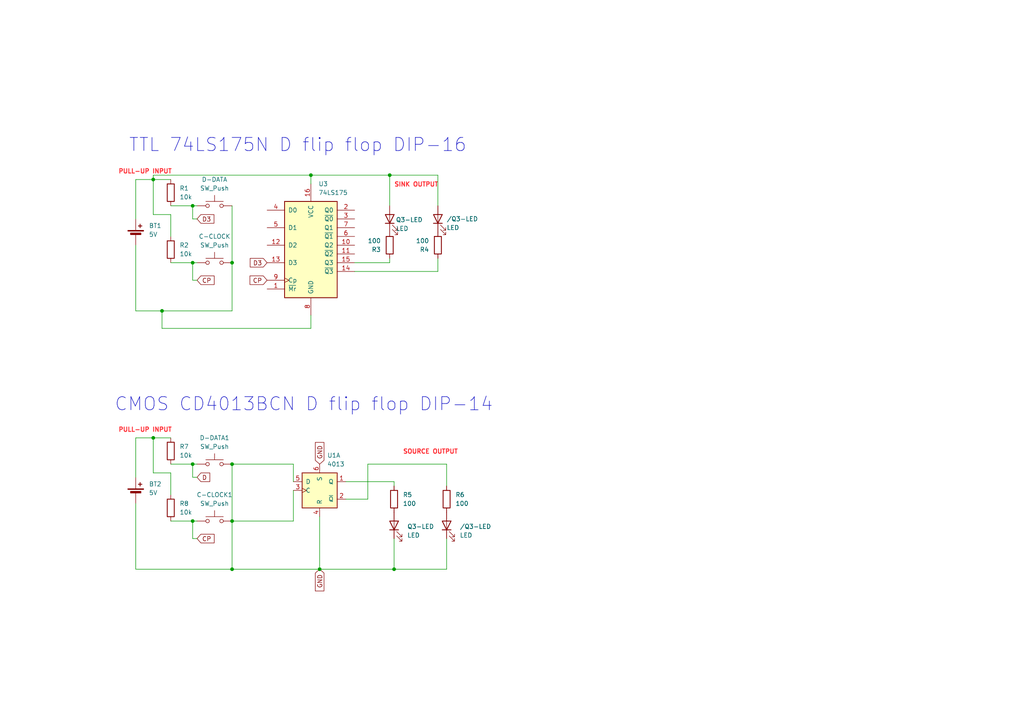
<source format=kicad_sch>
(kicad_sch (version 20231120) (generator "eeschema") (generator_version "8.0")
  (paper "A4")
  (lib_symbols
    (symbol "4xxx:4013" (pin_names (offset 1.016))
      (property "Reference" "U" (at -7.62 8.89 0))
      (property "Value" "4013" (at -7.62 -8.89 0))
      (symbol "4013_1_1"
        (rectangle (start -5.08 5.08) (end 5.08 -5.08) (stroke (width 0.254)) (fill (type background)))
        (pin output line (at 7.62 2.54 180) (length 2.54) (name "Q") (number "1"))
        (pin output line (at 7.62 -2.54 180) (length 2.54) (name "~{Q}") (number "2"))
        (pin input clock (at -7.62 0 0) (length 2.54) (name "C") (number "3"))
        (pin input line (at 0 -7.62 90) (length 2.54) (name "R") (number "4"))
        (pin input line (at -7.62 2.54 0) (length 2.54) (name "D") (number "5"))
        (pin input line (at 0 7.62 270) (length 2.54) (name "S") (number "6"))
      )
      (symbol "4013_2_1"
        (rectangle (start -5.08 5.08) (end 5.08 -5.08) (stroke (width 0.254)) (fill (type background)))
        (pin input line (at 0 -7.62 90) (length 2.54) (name "R") (number "10"))
        (pin input clock (at -7.62 0 0) (length 2.54) (name "C") (number "11"))
        (pin output line (at 7.62 -2.54 180) (length 2.54) (name "~{Q}") (number "12"))
        (pin output line (at 7.62 2.54 180) (length 2.54) (name "Q") (number "13"))
        (pin input line (at 0 7.62 270) (length 2.54) (name "S") (number "8"))
        (pin input line (at -7.62 2.54 0) (length 2.54) (name "D") (number "9"))
      )
      (symbol "4013_3_0"
        (pin power_in line (at 0 10.16 270) (length 2.54) (name "VDD") (number "14"))
        (pin power_in line (at 0 -10.16 90) (length 2.54) (name "VSS") (number "7"))
      )
      (symbol "4013_3_1"
        (rectangle (start -5.08 7.62) (end 5.08 -7.62) (stroke (width 0.254)) (fill (type background)))
      )
    )
    (symbol "74xx:74LS175" (pin_names (offset 1.016))
      (property "Reference" "U" (at -7.62 13.97 0))
      (property "Value" "74LS175" (at -7.62 -16.51 0))
      (symbol "74LS175_1_0"
        (pin input line (at -12.7 -12.7 0) (length 5.08) (name "~{Mr}") (number "1"))
        (pin output line (at 12.7 0 180) (length 5.08) (name "Q2") (number "10"))
        (pin output line (at 12.7 -2.54 180) (length 5.08) (name "~{Q2}") (number "11"))
        (pin input line (at -12.7 0 0) (length 5.08) (name "D2") (number "12"))
        (pin input line (at -12.7 -5.08 0) (length 5.08) (name "D3") (number "13"))
        (pin output line (at 12.7 -7.62 180) (length 5.08) (name "~{Q3}") (number "14"))
        (pin output line (at 12.7 -5.08 180) (length 5.08) (name "Q3") (number "15"))
        (pin power_in line (at 0 17.78 270) (length 5.08) (name "VCC") (number "16"))
        (pin output line (at 12.7 10.16 180) (length 5.08) (name "Q0") (number "2"))
        (pin output line (at 12.7 7.62 180) (length 5.08) (name "~{Q0}") (number "3"))
        (pin input line (at -12.7 10.16 0) (length 5.08) (name "D0") (number "4"))
        (pin input line (at -12.7 5.08 0) (length 5.08) (name "D1") (number "5"))
        (pin output line (at 12.7 2.54 180) (length 5.08) (name "~{Q1}") (number "6"))
        (pin output line (at 12.7 5.08 180) (length 5.08) (name "Q1") (number "7"))
        (pin power_in line (at 0 -20.32 90) (length 5.08) (name "GND") (number "8"))
        (pin input clock (at -12.7 -10.16 0) (length 5.08) (name "Cp") (number "9"))
      )
      (symbol "74LS175_1_1"
        (rectangle (start -7.62 12.7) (end 7.62 -15.24) (stroke (width 0.254)) (fill (type background)))
      )
    )
    (symbol "Device:Battery_Cell" (pin_numbers hide) (pin_names (offset 0) hide)
      (property "Reference" "BT" (at 2.54 2.54 0))
      (property "Value" "Battery_Cell" (at 2.54 0 0))
      (symbol "Battery_Cell_0_1"
        (rectangle (start -2.286 1.778) (end 2.286 1.524) (fill (type outline)))
        (rectangle (start -1.524 1.016) (end 1.524 0.508) (fill (type outline)))
        (polyline (pts (xy 0 0.762) (xy 0 0)))
        (polyline (pts (xy 0 1.778) (xy 0 2.54)))
        (polyline (pts (xy 0.762 3.048) (xy 1.778 3.048)) (stroke (width 0.254)))
        (polyline (pts (xy 1.27 3.556) (xy 1.27 2.54)) (stroke (width 0.254)))
      )
      (symbol "Battery_Cell_1_1"
        (pin passive line (at 0 5.08 270) (length 2.54) (name "+") (number "1"))
        (pin passive line (at 0 -2.54 90) (length 2.54) (name "-") (number "2"))
      )
    )
    (symbol "Device:LED" (pin_numbers hide) (pin_names (offset 1.016) hide)
      (property "Reference" "D" (at 0 2.54 0))
      (property "Value" "LED" (at 0 -2.54 0))
      (symbol "LED_0_1"
        (polyline (pts (xy -1.27 -1.27) (xy -1.27 1.27)) (stroke (width 0.254)))
        (polyline (pts (xy -1.27 0) (xy 1.27 0)))
        (polyline (pts (xy 1.27 -1.27) (xy 1.27 1.27) (xy -1.27 0) (xy 1.27 -1.27)) (stroke (width 0.254)))
        (polyline (pts (xy -3.048 -0.762) (xy -4.572 -2.286) (xy -3.81 -2.286) (xy -4.572 -2.286) (xy -4.572 -1.524)))
        (polyline (pts (xy -1.778 -0.762) (xy -3.302 -2.286) (xy -2.54 -2.286) (xy -3.302 -2.286) (xy -3.302 -1.524)))
      )
      (symbol "LED_1_1"
        (pin passive line (at -3.81 0 0) (length 2.54) (name "K") (number "1"))
        (pin passive line (at 3.81 0 180) (length 2.54) (name "A") (number "2"))
      )
    )
    (symbol "Device:R" (pin_numbers hide) (pin_names (offset 0))
      (property "Reference" "R" (at 2.032 0 90))
      (property "Value" "R" (at 0 0 90))
      (symbol "R_0_1"
        (rectangle (start -1.016 -2.54) (end 1.016 2.54) (stroke (width 0.254)))
      )
      (symbol "R_1_1"
        (pin passive line (at 0 3.81 270) (length 1.27) (name "~") (number "1"))
        (pin passive line (at 0 -3.81 90) (length 1.27) (name "~") (number "2"))
      )
    )
    (symbol "Switch:SW_Push" (pin_numbers hide) (pin_names (offset 1.016) hide)
      (property "Reference" "SW" (at 1.27 2.54 0))
      (property "Value" "SW_Push" (at 0 -1.524 0))
      (symbol "SW_Push_0_1"
        (circle (center -2.032 0) (radius 0.508))
        (polyline (pts (xy 0 1.27) (xy 0 3.048)))
        (polyline (pts (xy 2.54 1.27) (xy -2.54 1.27)))
        (circle (center 2.032 0) (radius 0.508))
        (pin passive line (at -5.08 0 0) (length 2.54) (name "1") (number "1"))
        (pin passive line (at 5.08 0 180) (length 2.54) (name "2") (number "2"))
      )
    )
  )
  (junction (at 55.88 76.2))
  (junction (at 67.31 151.13))
  (junction (at 113.03 50.8))
  (junction (at 46.99 90.17))
  (junction (at 55.88 151.13))
  (junction (at 67.31 76.2))
  (junction (at 44.45 127))
  (junction (at 114.3 165.1))
  (junction (at 55.88 134.62))
  (junction (at 67.31 134.62))
  (junction (at 90.17 50.8))
  (junction (at 44.45 52.07))
  (junction (at 92.71 165.1))
  (junction (at 67.31 165.1))
  (junction (at 55.88 59.69))
  (wire (pts (xy 55.88 81.28) (xy 55.88 76.2)))
  (wire (pts (xy 67.31 165.1) (xy 92.71 165.1)))
  (wire (pts (xy 55.88 151.13) (xy 57.15 151.13)))
  (wire (pts (xy 67.31 76.2) (xy 67.31 90.17)))
  (wire (pts (xy 49.53 134.62) (xy 55.88 134.62)))
  (wire (pts (xy 127 50.8) (xy 113.03 50.8)))
  (wire (pts (xy 55.88 63.5) (xy 55.88 59.69)))
  (wire (pts (xy 44.45 127) (xy 49.53 127)))
  (wire (pts (xy 85.09 151.13) (xy 85.09 142.24)))
  (wire (pts (xy 39.37 71.12) (xy 39.37 90.17)))
  (wire (pts (xy 129.54 134.62) (xy 129.54 140.97)))
  (wire (pts (xy 127 59.69) (xy 127 50.8)))
  (wire (pts (xy 67.31 134.62) (xy 85.09 134.62)))
  (wire (pts (xy 49.53 59.69) (xy 55.88 59.69)))
  (wire (pts (xy 44.45 50.8) (xy 90.17 50.8)))
  (wire (pts (xy 57.15 81.28) (xy 55.88 81.28)))
  (wire (pts (xy 55.88 156.21) (xy 55.88 151.13)))
  (wire (pts (xy 85.09 134.62) (xy 85.09 139.7)))
  (wire (pts (xy 46.99 90.17) (xy 46.99 95.25)))
  (wire (pts (xy 114.3 156.21) (xy 114.3 165.1)))
  (wire (pts (xy 90.17 91.44) (xy 90.17 95.25)))
  (wire (pts (xy 67.31 151.13) (xy 85.09 151.13)))
  (wire (pts (xy 44.45 50.8) (xy 44.45 52.07)))
  (wire (pts (xy 67.31 134.62) (xy 67.31 151.13)))
  (wire (pts (xy 39.37 127) (xy 44.45 127)))
  (wire (pts (xy 90.17 53.34) (xy 90.17 50.8)))
  (wire (pts (xy 67.31 151.13) (xy 67.31 165.1)))
  (wire (pts (xy 49.53 143.51) (xy 49.53 137.16)))
  (wire (pts (xy 39.37 165.1) (xy 67.31 165.1)))
  (wire (pts (xy 113.03 59.69) (xy 113.03 50.8)))
  (wire (pts (xy 114.3 139.7) (xy 114.3 140.97)))
  (wire (pts (xy 127 78.74) (xy 127 74.93)))
  (wire (pts (xy 57.15 138.43) (xy 55.88 138.43)))
  (wire (pts (xy 39.37 52.07) (xy 44.45 52.07)))
  (wire (pts (xy 57.15 63.5) (xy 55.88 63.5)))
  (wire (pts (xy 55.88 134.62) (xy 57.15 134.62)))
  (wire (pts (xy 113.03 50.8) (xy 90.17 50.8)))
  (wire (pts (xy 39.37 138.43) (xy 39.37 127)))
  (wire (pts (xy 55.88 59.69) (xy 57.15 59.69)))
  (wire (pts (xy 49.53 62.23) (xy 44.45 62.23)))
  (wire (pts (xy 44.45 52.07) (xy 49.53 52.07)))
  (wire (pts (xy 113.03 76.2) (xy 102.87 76.2)))
  (wire (pts (xy 55.88 138.43) (xy 55.88 134.62)))
  (wire (pts (xy 39.37 146.05) (xy 39.37 165.1)))
  (wire (pts (xy 44.45 62.23) (xy 44.45 52.07)))
  (wire (pts (xy 46.99 90.17) (xy 67.31 90.17)))
  (wire (pts (xy 113.03 74.93) (xy 113.03 76.2)))
  (wire (pts (xy 92.71 149.86) (xy 92.71 165.1)))
  (wire (pts (xy 39.37 63.5) (xy 39.37 52.07)))
  (wire (pts (xy 100.33 144.78) (xy 106.68 144.78)))
  (wire (pts (xy 44.45 137.16) (xy 44.45 127)))
  (wire (pts (xy 67.31 59.69) (xy 67.31 76.2)))
  (wire (pts (xy 46.99 95.25) (xy 90.17 95.25)))
  (wire (pts (xy 129.54 156.21) (xy 129.54 165.1)))
  (wire (pts (xy 49.53 137.16) (xy 44.45 137.16)))
  (wire (pts (xy 39.37 90.17) (xy 46.99 90.17)))
  (wire (pts (xy 55.88 76.2) (xy 57.15 76.2)))
  (wire (pts (xy 102.87 78.74) (xy 127 78.74)))
  (wire (pts (xy 100.33 139.7) (xy 114.3 139.7)))
  (wire (pts (xy 49.53 76.2) (xy 55.88 76.2)))
  (wire (pts (xy 114.3 165.1) (xy 129.54 165.1)))
  (wire (pts (xy 49.53 68.58) (xy 49.53 62.23)))
  (wire (pts (xy 106.68 144.78) (xy 106.68 134.62)))
  (wire (pts (xy 114.3 165.1) (xy 92.71 165.1)))
  (wire (pts (xy 106.68 134.62) (xy 129.54 134.62)))
  (wire (pts (xy 57.15 156.21) (xy 55.88 156.21)))
  (wire (pts (xy 49.53 151.13) (xy 55.88 151.13)))
  (text "TTL 74LS175N D flip flop DIP-16" (at 86.36 42.164 0) (effects (font (size 3.81 3.81))))
  (text "CMOS CD4013BCN D flip flop DIP-14" (at 88.138 117.348 0) (effects (font (size 3.81 3.81))))
  (label "PULL-UP INPUT" (at 34.29 125.73 0) (effects (font (thickness 0.254) (bold yes))))
  (label "SOURCE OUTPUT" (at 116.84 132.08 0) (effects (font (thickness 0.254) (bold yes))))
  (label "SINK OUTPUT" (at 114.3 54.61 0) (effects (font (thickness 0.254) (bold yes))))
  (label "PULL-UP INPUT" (at 34.29 50.8 0) (effects (font (thickness 0.254) (bold yes))))
  (global_label "GND" (shape input) (at 92.71 165.1 270) (property "Intersheetrefs" "${INTERSHEET_REFS}" (effects (hide yes))))
  (global_label "D3" (shape input) (at 77.47 76.2 180) (property "Intersheetrefs" "${INTERSHEET_REFS}" (effects (hide yes))))
  (global_label "CP" (shape input) (at 57.15 81.28 0) (property "Intersheetrefs" "${INTERSHEET_REFS}" (effects (hide yes))))
  (global_label "CP" (shape input) (at 57.15 156.21 0) (property "Intersheetrefs" "${INTERSHEET_REFS}" (effects (hide yes))))
  (global_label "GND" (shape input) (at 92.71 134.62 90) (property "Intersheetrefs" "${INTERSHEET_REFS}" (effects (hide yes))))
  (global_label "D3" (shape input) (at 57.15 63.5 0) (property "Intersheetrefs" "${INTERSHEET_REFS}" (effects (hide yes))))
  (global_label "D" (shape input) (at 57.15 138.43 0) (property "Intersheetrefs" "${INTERSHEET_REFS}" (effects (hide yes))))
  (global_label "CP" (shape input) (at 77.47 81.28 180) (property "Intersheetrefs" "${INTERSHEET_REFS}" (effects (hide yes))))
  (symbol (lib_id "Device:R") (at 129.54 144.78 0) (unit 1)
    (property "Reference" "R6" (at 132.08 143.5099 0) (effects (justify left)))
    (property "Value" "100" (at 132.08 146.0499 0) (effects (justify left)))
    (property "Description" "Resistor" (effects (hide yes)))
  )
  (symbol (lib_id "4xxx:4013") (at 92.71 142.24 0) (unit 1)
    (property "Reference" "U1" (at 94.9041 132.08 0) (effects (justify left)))
    (property "Value" "4013" (at 94.9041 134.62 0) (effects (justify left)))
    (property "Datasheet" "http://www.onsemi.com/pub/Collateral/MC14013B-D.PDF" (effects (hide yes)))
    (property "Description" "Dual D  FlipFlop, Set & reset" (effects (hide yes)))
  )
  (symbol (lib_id "74xx:74LS175") (at 90.17 71.12 0) (unit 1)
    (property "Reference" "U3" (at 92.3641 53.34 0) (effects (justify left)))
    (property "Value" "74LS175" (at 92.3641 55.88 0) (effects (justify left)))
    (property "Datasheet" "http://www.ti.com/lit/gpn/sn74LS175" (effects (hide yes)))
    (property "Description" "4-bit D Flip-Flop, reset" (effects (hide yes)))
  )
  (symbol (lib_id "Switch:SW_Push") (at 62.23 151.13 0) (unit 1)
    (property "Reference" "C-CLOCK1" (at 62.23 143.51 0))
    (property "Value" "SW_Push" (at 62.23 146.05 0))
    (property "Description" "Push button switch, generic, two pins" (effects (hide yes)))
  )
  (symbol (lib_id "Device:R") (at 49.53 55.88 0) (unit 1)
    (property "Reference" "R1" (at 52.07 54.6099 0) (effects (justify left)))
    (property "Value" "10k" (at 52.07 57.1499 0) (effects (justify left)))
    (property "Description" "Resistor" (effects (hide yes)))
  )
  (symbol (lib_id "Switch:SW_Push") (at 62.23 76.2 0) (unit 1)
    (property "Reference" "C-CLOCK" (at 62.23 68.58 0))
    (property "Value" "SW_Push" (at 62.23 71.12 0))
    (property "Description" "Push button switch, generic, two pins" (effects (hide yes)))
  )
  (symbol (lib_id "Device:R") (at 113.03 71.12 180) (unit 1)
    (property "Reference" "R3" (at 110.49 72.3901 0) (effects (justify left)))
    (property "Value" "100" (at 110.49 69.8501 0) (effects (justify left)))
    (property "Description" "Resistor" (effects (hide yes)))
  )
  (symbol (lib_id "Device:LED") (at 114.3 152.4 90) (unit 1)
    (property "Reference" "Q3-LED" (at 118.11 152.7174 90) (effects (justify right)))
    (property "Value" "LED" (at 118.11 155.2574 90) (effects (justify right)))
    (property "Description" "Light emitting diode" (effects (hide yes)))
  )
  (symbol (lib_id "Device:Battery_Cell") (at 39.37 68.58 0) (unit 1)
    (property "Reference" "BT1" (at 43.18 65.4684 0) (effects (justify left)))
    (property "Value" "5V" (at 43.18 68.0084 0) (effects (justify left)))
    (property "Description" "Single-cell battery" (effects (hide yes)))
  )
  (symbol (lib_id "Device:LED") (at 113.03 63.5 90) (unit 1)
    (property "Reference" "Q3-LED" (at 114.808 63.754 90) (effects (justify right)))
    (property "Value" "LED" (at 114.808 66.294 90) (effects (justify right)))
    (property "Description" "Light emitting diode" (effects (hide yes)))
  )
  (symbol (lib_id "Switch:SW_Push") (at 62.23 134.62 0) (unit 1)
    (property "Reference" "D-DATA1" (at 62.23 127 0))
    (property "Value" "SW_Push" (at 62.23 129.54 0))
    (property "Description" "Push button switch, generic, two pins" (effects (hide yes)))
  )
  (symbol (lib_id "Device:R") (at 49.53 72.39 0) (unit 1)
    (property "Reference" "R2" (at 52.07 71.1199 0) (effects (justify left)))
    (property "Value" "10k" (at 52.07 73.6599 0) (effects (justify left)))
    (property "Description" "Resistor" (effects (hide yes)))
  )
  (symbol (lib_id "Device:R") (at 114.3 144.78 0) (unit 1)
    (property "Reference" "R5" (at 116.84 143.5099 0) (effects (justify left)))
    (property "Value" "100" (at 116.84 146.0499 0) (effects (justify left)))
    (property "Description" "Resistor" (effects (hide yes)))
  )
  (symbol (lib_id "Device:Battery_Cell") (at 39.37 143.51 0) (unit 1)
    (property "Reference" "BT2" (at 43.18 140.3984 0) (effects (justify left)))
    (property "Value" "5V" (at 43.18 142.9384 0) (effects (justify left)))
    (property "Description" "Single-cell battery" (effects (hide yes)))
  )
  (symbol (lib_id "Switch:SW_Push") (at 62.23 59.69 0) (unit 1)
    (property "Reference" "D-DATA" (at 62.23 52.07 0))
    (property "Value" "SW_Push" (at 62.23 54.61 0))
    (property "Description" "Push button switch, generic, two pins" (effects (hide yes)))
  )
  (symbol (lib_id "Device:LED") (at 127 63.5 90) (unit 1)
    (property "Reference" "/Q3-LED" (at 129.54 63.5 90) (effects (justify right)))
    (property "Value" "LED" (at 129.54 66.04 90) (effects (justify right)))
    (property "Description" "Light emitting diode" (effects (hide yes)))
  )
  (symbol (lib_id "Device:R") (at 127 71.12 180) (unit 1)
    (property "Reference" "R4" (at 124.46 72.3901 0) (effects (justify left)))
    (property "Value" "100" (at 124.46 69.8501 0) (effects (justify left)))
    (property "Description" "Resistor" (effects (hide yes)))
  )
  (symbol (lib_id "Device:LED") (at 129.54 152.4 90) (unit 1)
    (property "Reference" "/Q3-LED" (at 133.35 152.7174 90) (effects (justify right)))
    (property "Value" "LED" (at 133.35 155.2574 90) (effects (justify right)))
    (property "Description" "Light emitting diode" (effects (hide yes)))
  )
  (symbol (lib_id "Device:R") (at 49.53 147.32 0) (unit 1)
    (property "Reference" "R8" (at 52.07 146.0499 0) (effects (justify left)))
    (property "Value" "10k" (at 52.07 148.5899 0) (effects (justify left)))
    (property "Description" "Resistor" (effects (hide yes)))
  )
  (symbol (lib_id "Device:R") (at 49.53 130.81 0) (unit 1)
    (property "Reference" "R7" (at 52.07 129.5399 0) (effects (justify left)))
    (property "Value" "10k" (at 52.07 132.0799 0) (effects (justify left)))
    (property "Description" "Resistor" (effects (hide yes)))
  )
)
</source>
